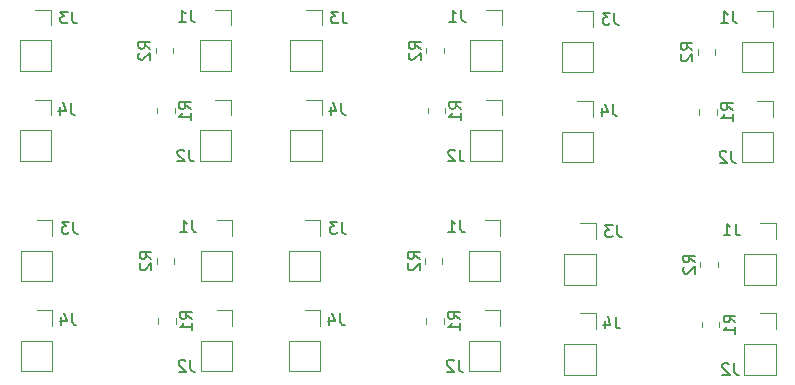
<source format=gbr>
%TF.GenerationSoftware,KiCad,Pcbnew,6.0.7-f9a2dced07~116~ubuntu20.04.1*%
%TF.CreationDate,2022-10-31T15:28:57+01:00*%
%TF.ProjectId,av_citynode_hw,61765f63-6974-4796-9e6f-64655f68772e,rev?*%
%TF.SameCoordinates,Original*%
%TF.FileFunction,Legend,Bot*%
%TF.FilePolarity,Positive*%
%FSLAX46Y46*%
G04 Gerber Fmt 4.6, Leading zero omitted, Abs format (unit mm)*
G04 Created by KiCad (PCBNEW 6.0.7-f9a2dced07~116~ubuntu20.04.1) date 2022-10-31 15:28:57*
%MOMM*%
%LPD*%
G01*
G04 APERTURE LIST*
%ADD10C,0.150000*%
%ADD11C,0.120000*%
G04 APERTURE END LIST*
D10*
%TO.C,J4*%
X27536333Y-103933380D02*
X27536333Y-104647666D01*
X27583952Y-104790523D01*
X27679190Y-104885761D01*
X27822047Y-104933380D01*
X27917285Y-104933380D01*
X26631571Y-104266714D02*
X26631571Y-104933380D01*
X26869666Y-103885761D02*
X27107761Y-104600047D01*
X26488714Y-104600047D01*
%TO.C,R1*%
X37687380Y-104417833D02*
X37211190Y-104084500D01*
X37687380Y-103846404D02*
X36687380Y-103846404D01*
X36687380Y-104227357D01*
X36735000Y-104322595D01*
X36782619Y-104370214D01*
X36877857Y-104417833D01*
X37020714Y-104417833D01*
X37115952Y-104370214D01*
X37163571Y-104322595D01*
X37211190Y-104227357D01*
X37211190Y-103846404D01*
X37687380Y-105370214D02*
X37687380Y-104798785D01*
X37687380Y-105084500D02*
X36687380Y-105084500D01*
X36830238Y-104989261D01*
X36925476Y-104894023D01*
X36973095Y-104798785D01*
%TO.C,J3*%
X50985333Y-96471380D02*
X50985333Y-97185666D01*
X51032952Y-97328523D01*
X51128190Y-97423761D01*
X51271047Y-97471380D01*
X51366285Y-97471380D01*
X50604380Y-96471380D02*
X49985333Y-96471380D01*
X50318666Y-96852333D01*
X50175809Y-96852333D01*
X50080571Y-96899952D01*
X50032952Y-96947571D01*
X49985333Y-97042809D01*
X49985333Y-97280904D01*
X50032952Y-97376142D01*
X50080571Y-97423761D01*
X50175809Y-97471380D01*
X50461523Y-97471380D01*
X50556761Y-97423761D01*
X50604380Y-97376142D01*
%TO.C,J2*%
X37569333Y-107870380D02*
X37569333Y-108584666D01*
X37616952Y-108727523D01*
X37712190Y-108822761D01*
X37855047Y-108870380D01*
X37950285Y-108870380D01*
X37140761Y-107965619D02*
X37093142Y-107918000D01*
X36997904Y-107870380D01*
X36759809Y-107870380D01*
X36664571Y-107918000D01*
X36616952Y-107965619D01*
X36569333Y-108060857D01*
X36569333Y-108156095D01*
X36616952Y-108298952D01*
X37188380Y-108870380D01*
X36569333Y-108870380D01*
%TO.C,R2*%
X11560380Y-99337833D02*
X11084190Y-99004500D01*
X11560380Y-98766404D02*
X10560380Y-98766404D01*
X10560380Y-99147357D01*
X10608000Y-99242595D01*
X10655619Y-99290214D01*
X10750857Y-99337833D01*
X10893714Y-99337833D01*
X10988952Y-99290214D01*
X11036571Y-99242595D01*
X11084190Y-99147357D01*
X11084190Y-98766404D01*
X10655619Y-99718785D02*
X10608000Y-99766404D01*
X10560380Y-99861642D01*
X10560380Y-100099738D01*
X10608000Y-100194976D01*
X10655619Y-100242595D01*
X10750857Y-100290214D01*
X10846095Y-100290214D01*
X10988952Y-100242595D01*
X11560380Y-99671166D01*
X11560380Y-100290214D01*
%TO.C,J1*%
X37696333Y-96059380D02*
X37696333Y-96773666D01*
X37743952Y-96916523D01*
X37839190Y-97011761D01*
X37982047Y-97059380D01*
X38077285Y-97059380D01*
X36696333Y-97059380D02*
X37267761Y-97059380D01*
X36982047Y-97059380D02*
X36982047Y-96059380D01*
X37077285Y-96202238D01*
X37172523Y-96297476D01*
X37267761Y-96345095D01*
%TO.C,J3*%
X4863333Y-78386380D02*
X4863333Y-79100666D01*
X4910952Y-79243523D01*
X5006190Y-79338761D01*
X5149047Y-79386380D01*
X5244285Y-79386380D01*
X4482380Y-78386380D02*
X3863333Y-78386380D01*
X4196666Y-78767333D01*
X4053809Y-78767333D01*
X3958571Y-78814952D01*
X3910952Y-78862571D01*
X3863333Y-78957809D01*
X3863333Y-79195904D01*
X3910952Y-79291142D01*
X3958571Y-79338761D01*
X4053809Y-79386380D01*
X4339523Y-79386380D01*
X4434761Y-79338761D01*
X4482380Y-79291142D01*
%TO.C,J2*%
X14869333Y-107870380D02*
X14869333Y-108584666D01*
X14916952Y-108727523D01*
X15012190Y-108822761D01*
X15155047Y-108870380D01*
X15250285Y-108870380D01*
X14440761Y-107965619D02*
X14393142Y-107918000D01*
X14297904Y-107870380D01*
X14059809Y-107870380D01*
X13964571Y-107918000D01*
X13916952Y-107965619D01*
X13869333Y-108060857D01*
X13869333Y-108156095D01*
X13916952Y-108298952D01*
X14488380Y-108870380D01*
X13869333Y-108870380D01*
%TO.C,R1*%
X61009380Y-104702833D02*
X60533190Y-104369500D01*
X61009380Y-104131404D02*
X60009380Y-104131404D01*
X60009380Y-104512357D01*
X60057000Y-104607595D01*
X60104619Y-104655214D01*
X60199857Y-104702833D01*
X60342714Y-104702833D01*
X60437952Y-104655214D01*
X60485571Y-104607595D01*
X60533190Y-104512357D01*
X60533190Y-104131404D01*
X61009380Y-105655214D02*
X61009380Y-105083785D01*
X61009380Y-105369500D02*
X60009380Y-105369500D01*
X60152238Y-105274261D01*
X60247476Y-105179023D01*
X60295095Y-105083785D01*
X60787380Y-86717833D02*
X60311190Y-86384500D01*
X60787380Y-86146404D02*
X59787380Y-86146404D01*
X59787380Y-86527357D01*
X59835000Y-86622595D01*
X59882619Y-86670214D01*
X59977857Y-86717833D01*
X60120714Y-86717833D01*
X60215952Y-86670214D01*
X60263571Y-86622595D01*
X60311190Y-86527357D01*
X60311190Y-86146404D01*
X60787380Y-87670214D02*
X60787380Y-87098785D01*
X60787380Y-87384500D02*
X59787380Y-87384500D01*
X59930238Y-87289261D01*
X60025476Y-87194023D01*
X60073095Y-87098785D01*
%TO.C,J3*%
X27663333Y-96186380D02*
X27663333Y-96900666D01*
X27710952Y-97043523D01*
X27806190Y-97138761D01*
X27949047Y-97186380D01*
X28044285Y-97186380D01*
X27282380Y-96186380D02*
X26663333Y-96186380D01*
X26996666Y-96567333D01*
X26853809Y-96567333D01*
X26758571Y-96614952D01*
X26710952Y-96662571D01*
X26663333Y-96757809D01*
X26663333Y-96995904D01*
X26710952Y-97091142D01*
X26758571Y-97138761D01*
X26853809Y-97186380D01*
X27139523Y-97186380D01*
X27234761Y-97138761D01*
X27282380Y-97091142D01*
X27763333Y-78386380D02*
X27763333Y-79100666D01*
X27810952Y-79243523D01*
X27906190Y-79338761D01*
X28049047Y-79386380D01*
X28144285Y-79386380D01*
X27382380Y-78386380D02*
X26763333Y-78386380D01*
X27096666Y-78767333D01*
X26953809Y-78767333D01*
X26858571Y-78814952D01*
X26810952Y-78862571D01*
X26763333Y-78957809D01*
X26763333Y-79195904D01*
X26810952Y-79291142D01*
X26858571Y-79338761D01*
X26953809Y-79386380D01*
X27239523Y-79386380D01*
X27334761Y-79338761D01*
X27382380Y-79291142D01*
%TO.C,R1*%
X14987380Y-104417833D02*
X14511190Y-104084500D01*
X14987380Y-103846404D02*
X13987380Y-103846404D01*
X13987380Y-104227357D01*
X14035000Y-104322595D01*
X14082619Y-104370214D01*
X14177857Y-104417833D01*
X14320714Y-104417833D01*
X14415952Y-104370214D01*
X14463571Y-104322595D01*
X14511190Y-104227357D01*
X14511190Y-103846404D01*
X14987380Y-105370214D02*
X14987380Y-104798785D01*
X14987380Y-105084500D02*
X13987380Y-105084500D01*
X14130238Y-104989261D01*
X14225476Y-104894023D01*
X14273095Y-104798785D01*
%TO.C,J4*%
X4736333Y-86133380D02*
X4736333Y-86847666D01*
X4783952Y-86990523D01*
X4879190Y-87085761D01*
X5022047Y-87133380D01*
X5117285Y-87133380D01*
X3831571Y-86466714D02*
X3831571Y-87133380D01*
X4069666Y-86085761D02*
X4307761Y-86800047D01*
X3688714Y-86800047D01*
%TO.C,J1*%
X37796333Y-78259380D02*
X37796333Y-78973666D01*
X37843952Y-79116523D01*
X37939190Y-79211761D01*
X38082047Y-79259380D01*
X38177285Y-79259380D01*
X36796333Y-79259380D02*
X37367761Y-79259380D01*
X37082047Y-79259380D02*
X37082047Y-78259380D01*
X37177285Y-78402238D01*
X37272523Y-78497476D01*
X37367761Y-78545095D01*
%TO.C,R2*%
X34260380Y-99337833D02*
X33784190Y-99004500D01*
X34260380Y-98766404D02*
X33260380Y-98766404D01*
X33260380Y-99147357D01*
X33308000Y-99242595D01*
X33355619Y-99290214D01*
X33450857Y-99337833D01*
X33593714Y-99337833D01*
X33688952Y-99290214D01*
X33736571Y-99242595D01*
X33784190Y-99147357D01*
X33784190Y-98766404D01*
X33355619Y-99718785D02*
X33308000Y-99766404D01*
X33260380Y-99861642D01*
X33260380Y-100099738D01*
X33308000Y-100194976D01*
X33355619Y-100242595D01*
X33450857Y-100290214D01*
X33546095Y-100290214D01*
X33688952Y-100242595D01*
X34260380Y-99671166D01*
X34260380Y-100290214D01*
%TO.C,J3*%
X4963333Y-96186380D02*
X4963333Y-96900666D01*
X5010952Y-97043523D01*
X5106190Y-97138761D01*
X5249047Y-97186380D01*
X5344285Y-97186380D01*
X4582380Y-96186380D02*
X3963333Y-96186380D01*
X4296666Y-96567333D01*
X4153809Y-96567333D01*
X4058571Y-96614952D01*
X4010952Y-96662571D01*
X3963333Y-96757809D01*
X3963333Y-96995904D01*
X4010952Y-97091142D01*
X4058571Y-97138761D01*
X4153809Y-97186380D01*
X4439523Y-97186380D01*
X4534761Y-97138761D01*
X4582380Y-97091142D01*
%TO.C,J4*%
X50636333Y-86233380D02*
X50636333Y-86947666D01*
X50683952Y-87090523D01*
X50779190Y-87185761D01*
X50922047Y-87233380D01*
X51017285Y-87233380D01*
X49731571Y-86566714D02*
X49731571Y-87233380D01*
X49969666Y-86185761D02*
X50207761Y-86900047D01*
X49588714Y-86900047D01*
%TO.C,J2*%
X60891333Y-108155380D02*
X60891333Y-108869666D01*
X60938952Y-109012523D01*
X61034190Y-109107761D01*
X61177047Y-109155380D01*
X61272285Y-109155380D01*
X60462761Y-108250619D02*
X60415142Y-108203000D01*
X60319904Y-108155380D01*
X60081809Y-108155380D01*
X59986571Y-108203000D01*
X59938952Y-108250619D01*
X59891333Y-108345857D01*
X59891333Y-108441095D01*
X59938952Y-108583952D01*
X60510380Y-109155380D01*
X59891333Y-109155380D01*
%TO.C,J4*%
X27636333Y-86133380D02*
X27636333Y-86847666D01*
X27683952Y-86990523D01*
X27779190Y-87085761D01*
X27922047Y-87133380D01*
X28017285Y-87133380D01*
X26731571Y-86466714D02*
X26731571Y-87133380D01*
X26969666Y-86085761D02*
X27207761Y-86800047D01*
X26588714Y-86800047D01*
%TO.C,R2*%
X11460380Y-81537833D02*
X10984190Y-81204500D01*
X11460380Y-80966404D02*
X10460380Y-80966404D01*
X10460380Y-81347357D01*
X10508000Y-81442595D01*
X10555619Y-81490214D01*
X10650857Y-81537833D01*
X10793714Y-81537833D01*
X10888952Y-81490214D01*
X10936571Y-81442595D01*
X10984190Y-81347357D01*
X10984190Y-80966404D01*
X10555619Y-81918785D02*
X10508000Y-81966404D01*
X10460380Y-82061642D01*
X10460380Y-82299738D01*
X10508000Y-82394976D01*
X10555619Y-82442595D01*
X10650857Y-82490214D01*
X10746095Y-82490214D01*
X10888952Y-82442595D01*
X11460380Y-81871166D01*
X11460380Y-82490214D01*
%TO.C,J1*%
X61018333Y-96344380D02*
X61018333Y-97058666D01*
X61065952Y-97201523D01*
X61161190Y-97296761D01*
X61304047Y-97344380D01*
X61399285Y-97344380D01*
X60018333Y-97344380D02*
X60589761Y-97344380D01*
X60304047Y-97344380D02*
X60304047Y-96344380D01*
X60399285Y-96487238D01*
X60494523Y-96582476D01*
X60589761Y-96630095D01*
X14996333Y-96059380D02*
X14996333Y-96773666D01*
X15043952Y-96916523D01*
X15139190Y-97011761D01*
X15282047Y-97059380D01*
X15377285Y-97059380D01*
X13996333Y-97059380D02*
X14567761Y-97059380D01*
X14282047Y-97059380D02*
X14282047Y-96059380D01*
X14377285Y-96202238D01*
X14472523Y-96297476D01*
X14567761Y-96345095D01*
%TO.C,J2*%
X14769333Y-90070380D02*
X14769333Y-90784666D01*
X14816952Y-90927523D01*
X14912190Y-91022761D01*
X15055047Y-91070380D01*
X15150285Y-91070380D01*
X14340761Y-90165619D02*
X14293142Y-90118000D01*
X14197904Y-90070380D01*
X13959809Y-90070380D01*
X13864571Y-90118000D01*
X13816952Y-90165619D01*
X13769333Y-90260857D01*
X13769333Y-90356095D01*
X13816952Y-90498952D01*
X14388380Y-91070380D01*
X13769333Y-91070380D01*
X37669333Y-90070380D02*
X37669333Y-90784666D01*
X37716952Y-90927523D01*
X37812190Y-91022761D01*
X37955047Y-91070380D01*
X38050285Y-91070380D01*
X37240761Y-90165619D02*
X37193142Y-90118000D01*
X37097904Y-90070380D01*
X36859809Y-90070380D01*
X36764571Y-90118000D01*
X36716952Y-90165619D01*
X36669333Y-90260857D01*
X36669333Y-90356095D01*
X36716952Y-90498952D01*
X37288380Y-91070380D01*
X36669333Y-91070380D01*
X60669333Y-90170380D02*
X60669333Y-90884666D01*
X60716952Y-91027523D01*
X60812190Y-91122761D01*
X60955047Y-91170380D01*
X61050285Y-91170380D01*
X60240761Y-90265619D02*
X60193142Y-90218000D01*
X60097904Y-90170380D01*
X59859809Y-90170380D01*
X59764571Y-90218000D01*
X59716952Y-90265619D01*
X59669333Y-90360857D01*
X59669333Y-90456095D01*
X59716952Y-90598952D01*
X60288380Y-91170380D01*
X59669333Y-91170380D01*
%TO.C,R2*%
X57360380Y-81637833D02*
X56884190Y-81304500D01*
X57360380Y-81066404D02*
X56360380Y-81066404D01*
X56360380Y-81447357D01*
X56408000Y-81542595D01*
X56455619Y-81590214D01*
X56550857Y-81637833D01*
X56693714Y-81637833D01*
X56788952Y-81590214D01*
X56836571Y-81542595D01*
X56884190Y-81447357D01*
X56884190Y-81066404D01*
X56455619Y-82018785D02*
X56408000Y-82066404D01*
X56360380Y-82161642D01*
X56360380Y-82399738D01*
X56408000Y-82494976D01*
X56455619Y-82542595D01*
X56550857Y-82590214D01*
X56646095Y-82590214D01*
X56788952Y-82542595D01*
X57360380Y-81971166D01*
X57360380Y-82590214D01*
%TO.C,J4*%
X50858333Y-104218380D02*
X50858333Y-104932666D01*
X50905952Y-105075523D01*
X51001190Y-105170761D01*
X51144047Y-105218380D01*
X51239285Y-105218380D01*
X49953571Y-104551714D02*
X49953571Y-105218380D01*
X50191666Y-104170761D02*
X50429761Y-104885047D01*
X49810714Y-104885047D01*
X4836333Y-103933380D02*
X4836333Y-104647666D01*
X4883952Y-104790523D01*
X4979190Y-104885761D01*
X5122047Y-104933380D01*
X5217285Y-104933380D01*
X3931571Y-104266714D02*
X3931571Y-104933380D01*
X4169666Y-103885761D02*
X4407761Y-104600047D01*
X3788714Y-104600047D01*
%TO.C,R1*%
X14887380Y-86617833D02*
X14411190Y-86284500D01*
X14887380Y-86046404D02*
X13887380Y-86046404D01*
X13887380Y-86427357D01*
X13935000Y-86522595D01*
X13982619Y-86570214D01*
X14077857Y-86617833D01*
X14220714Y-86617833D01*
X14315952Y-86570214D01*
X14363571Y-86522595D01*
X14411190Y-86427357D01*
X14411190Y-86046404D01*
X14887380Y-87570214D02*
X14887380Y-86998785D01*
X14887380Y-87284500D02*
X13887380Y-87284500D01*
X14030238Y-87189261D01*
X14125476Y-87094023D01*
X14173095Y-86998785D01*
X37787380Y-86617833D02*
X37311190Y-86284500D01*
X37787380Y-86046404D02*
X36787380Y-86046404D01*
X36787380Y-86427357D01*
X36835000Y-86522595D01*
X36882619Y-86570214D01*
X36977857Y-86617833D01*
X37120714Y-86617833D01*
X37215952Y-86570214D01*
X37263571Y-86522595D01*
X37311190Y-86427357D01*
X37311190Y-86046404D01*
X37787380Y-87570214D02*
X37787380Y-86998785D01*
X37787380Y-87284500D02*
X36787380Y-87284500D01*
X36930238Y-87189261D01*
X37025476Y-87094023D01*
X37073095Y-86998785D01*
%TO.C,J3*%
X50763333Y-78486380D02*
X50763333Y-79200666D01*
X50810952Y-79343523D01*
X50906190Y-79438761D01*
X51049047Y-79486380D01*
X51144285Y-79486380D01*
X50382380Y-78486380D02*
X49763333Y-78486380D01*
X50096666Y-78867333D01*
X49953809Y-78867333D01*
X49858571Y-78914952D01*
X49810952Y-78962571D01*
X49763333Y-79057809D01*
X49763333Y-79295904D01*
X49810952Y-79391142D01*
X49858571Y-79438761D01*
X49953809Y-79486380D01*
X50239523Y-79486380D01*
X50334761Y-79438761D01*
X50382380Y-79391142D01*
%TO.C,J1*%
X60796333Y-78359380D02*
X60796333Y-79073666D01*
X60843952Y-79216523D01*
X60939190Y-79311761D01*
X61082047Y-79359380D01*
X61177285Y-79359380D01*
X59796333Y-79359380D02*
X60367761Y-79359380D01*
X60082047Y-79359380D02*
X60082047Y-78359380D01*
X60177285Y-78502238D01*
X60272523Y-78597476D01*
X60367761Y-78645095D01*
X14896333Y-78259380D02*
X14896333Y-78973666D01*
X14943952Y-79116523D01*
X15039190Y-79211761D01*
X15182047Y-79259380D01*
X15277285Y-79259380D01*
X13896333Y-79259380D02*
X14467761Y-79259380D01*
X14182047Y-79259380D02*
X14182047Y-78259380D01*
X14277285Y-78402238D01*
X14372523Y-78497476D01*
X14467761Y-78545095D01*
%TO.C,R2*%
X34360380Y-81537833D02*
X33884190Y-81204500D01*
X34360380Y-80966404D02*
X33360380Y-80966404D01*
X33360380Y-81347357D01*
X33408000Y-81442595D01*
X33455619Y-81490214D01*
X33550857Y-81537833D01*
X33693714Y-81537833D01*
X33788952Y-81490214D01*
X33836571Y-81442595D01*
X33884190Y-81347357D01*
X33884190Y-80966404D01*
X33455619Y-81918785D02*
X33408000Y-81966404D01*
X33360380Y-82061642D01*
X33360380Y-82299738D01*
X33408000Y-82394976D01*
X33455619Y-82442595D01*
X33550857Y-82490214D01*
X33646095Y-82490214D01*
X33788952Y-82442595D01*
X34360380Y-81871166D01*
X34360380Y-82490214D01*
X57582380Y-99622833D02*
X57106190Y-99289500D01*
X57582380Y-99051404D02*
X56582380Y-99051404D01*
X56582380Y-99432357D01*
X56630000Y-99527595D01*
X56677619Y-99575214D01*
X56772857Y-99622833D01*
X56915714Y-99622833D01*
X57010952Y-99575214D01*
X57058571Y-99527595D01*
X57106190Y-99432357D01*
X57106190Y-99051404D01*
X56677619Y-100003785D02*
X56630000Y-100051404D01*
X56582380Y-100146642D01*
X56582380Y-100384738D01*
X56630000Y-100479976D01*
X56677619Y-100527595D01*
X56772857Y-100575214D01*
X56868095Y-100575214D01*
X57010952Y-100527595D01*
X57582380Y-99956166D01*
X57582380Y-100575214D01*
D11*
%TO.C,J4*%
X25866000Y-108859000D02*
X23206000Y-108859000D01*
X25866000Y-103659000D02*
X24536000Y-103659000D01*
X25866000Y-104989000D02*
X25866000Y-103659000D01*
X25866000Y-106259000D02*
X25866000Y-108859000D01*
X23206000Y-106259000D02*
X23206000Y-108859000D01*
X25866000Y-106259000D02*
X23206000Y-106259000D01*
%TO.C,R1*%
X36320000Y-104811564D02*
X36320000Y-104357436D01*
X34850000Y-104811564D02*
X34850000Y-104357436D01*
%TO.C,J3*%
X46528000Y-98924000D02*
X46528000Y-101524000D01*
X49188000Y-96324000D02*
X47858000Y-96324000D01*
X49188000Y-98924000D02*
X49188000Y-101524000D01*
X49188000Y-98924000D02*
X46528000Y-98924000D01*
X49188000Y-97654000D02*
X49188000Y-96324000D01*
X49188000Y-101524000D02*
X46528000Y-101524000D01*
%TO.C,J2*%
X41106000Y-106259000D02*
X38446000Y-106259000D01*
X41106000Y-103659000D02*
X39776000Y-103659000D01*
X41106000Y-106259000D02*
X41106000Y-108859000D01*
X41106000Y-104989000D02*
X41106000Y-103659000D01*
X41106000Y-108859000D02*
X38446000Y-108859000D01*
X38446000Y-106259000D02*
X38446000Y-108859000D01*
%TO.C,R2*%
X12023000Y-99277436D02*
X12023000Y-99731564D01*
X13493000Y-99277436D02*
X13493000Y-99731564D01*
%TO.C,J1*%
X41106000Y-98639000D02*
X41106000Y-101239000D01*
X41106000Y-101239000D02*
X38446000Y-101239000D01*
X41106000Y-96039000D02*
X39776000Y-96039000D01*
X41106000Y-98639000D02*
X38446000Y-98639000D01*
X41106000Y-97369000D02*
X41106000Y-96039000D01*
X38446000Y-98639000D02*
X38446000Y-101239000D01*
%TO.C,J3*%
X406000Y-80839000D02*
X406000Y-83439000D01*
X3066000Y-78239000D02*
X1736000Y-78239000D01*
X3066000Y-80839000D02*
X3066000Y-83439000D01*
X3066000Y-80839000D02*
X406000Y-80839000D01*
X3066000Y-79569000D02*
X3066000Y-78239000D01*
X3066000Y-83439000D02*
X406000Y-83439000D01*
%TO.C,J2*%
X18406000Y-106259000D02*
X15746000Y-106259000D01*
X18406000Y-103659000D02*
X17076000Y-103659000D01*
X18406000Y-106259000D02*
X18406000Y-108859000D01*
X18406000Y-104989000D02*
X18406000Y-103659000D01*
X18406000Y-108859000D02*
X15746000Y-108859000D01*
X15746000Y-106259000D02*
X15746000Y-108859000D01*
%TO.C,R1*%
X59642000Y-105096564D02*
X59642000Y-104642436D01*
X58172000Y-105096564D02*
X58172000Y-104642436D01*
X59420000Y-87111564D02*
X59420000Y-86657436D01*
X57950000Y-87111564D02*
X57950000Y-86657436D01*
%TO.C,J3*%
X23206000Y-98639000D02*
X23206000Y-101239000D01*
X25866000Y-96039000D02*
X24536000Y-96039000D01*
X25866000Y-98639000D02*
X25866000Y-101239000D01*
X25866000Y-98639000D02*
X23206000Y-98639000D01*
X25866000Y-97369000D02*
X25866000Y-96039000D01*
X25866000Y-101239000D02*
X23206000Y-101239000D01*
X23306000Y-80839000D02*
X23306000Y-83439000D01*
X25966000Y-78239000D02*
X24636000Y-78239000D01*
X25966000Y-80839000D02*
X25966000Y-83439000D01*
X25966000Y-80839000D02*
X23306000Y-80839000D01*
X25966000Y-79569000D02*
X25966000Y-78239000D01*
X25966000Y-83439000D02*
X23306000Y-83439000D01*
%TO.C,R1*%
X13620000Y-104811564D02*
X13620000Y-104357436D01*
X12150000Y-104811564D02*
X12150000Y-104357436D01*
%TO.C,J4*%
X3066000Y-91059000D02*
X406000Y-91059000D01*
X3066000Y-85859000D02*
X1736000Y-85859000D01*
X3066000Y-87189000D02*
X3066000Y-85859000D01*
X3066000Y-88459000D02*
X3066000Y-91059000D01*
X406000Y-88459000D02*
X406000Y-91059000D01*
X3066000Y-88459000D02*
X406000Y-88459000D01*
%TO.C,J1*%
X41206000Y-80839000D02*
X41206000Y-83439000D01*
X41206000Y-83439000D02*
X38546000Y-83439000D01*
X41206000Y-78239000D02*
X39876000Y-78239000D01*
X41206000Y-80839000D02*
X38546000Y-80839000D01*
X41206000Y-79569000D02*
X41206000Y-78239000D01*
X38546000Y-80839000D02*
X38546000Y-83439000D01*
%TO.C,R2*%
X34723000Y-99277436D02*
X34723000Y-99731564D01*
X36193000Y-99277436D02*
X36193000Y-99731564D01*
%TO.C,J3*%
X506000Y-98639000D02*
X506000Y-101239000D01*
X3166000Y-96039000D02*
X1836000Y-96039000D01*
X3166000Y-98639000D02*
X3166000Y-101239000D01*
X3166000Y-98639000D02*
X506000Y-98639000D01*
X3166000Y-97369000D02*
X3166000Y-96039000D01*
X3166000Y-101239000D02*
X506000Y-101239000D01*
%TO.C,J4*%
X48966000Y-91159000D02*
X46306000Y-91159000D01*
X48966000Y-85959000D02*
X47636000Y-85959000D01*
X48966000Y-87289000D02*
X48966000Y-85959000D01*
X48966000Y-88559000D02*
X48966000Y-91159000D01*
X46306000Y-88559000D02*
X46306000Y-91159000D01*
X48966000Y-88559000D02*
X46306000Y-88559000D01*
%TO.C,J2*%
X64428000Y-106544000D02*
X61768000Y-106544000D01*
X64428000Y-103944000D02*
X63098000Y-103944000D01*
X64428000Y-106544000D02*
X64428000Y-109144000D01*
X64428000Y-105274000D02*
X64428000Y-103944000D01*
X64428000Y-109144000D02*
X61768000Y-109144000D01*
X61768000Y-106544000D02*
X61768000Y-109144000D01*
%TO.C,J4*%
X25966000Y-91059000D02*
X23306000Y-91059000D01*
X25966000Y-85859000D02*
X24636000Y-85859000D01*
X25966000Y-87189000D02*
X25966000Y-85859000D01*
X25966000Y-88459000D02*
X25966000Y-91059000D01*
X23306000Y-88459000D02*
X23306000Y-91059000D01*
X25966000Y-88459000D02*
X23306000Y-88459000D01*
%TO.C,R2*%
X11923000Y-81477436D02*
X11923000Y-81931564D01*
X13393000Y-81477436D02*
X13393000Y-81931564D01*
%TO.C,J1*%
X64428000Y-98924000D02*
X64428000Y-101524000D01*
X64428000Y-101524000D02*
X61768000Y-101524000D01*
X64428000Y-96324000D02*
X63098000Y-96324000D01*
X64428000Y-98924000D02*
X61768000Y-98924000D01*
X64428000Y-97654000D02*
X64428000Y-96324000D01*
X61768000Y-98924000D02*
X61768000Y-101524000D01*
X18406000Y-98639000D02*
X18406000Y-101239000D01*
X18406000Y-101239000D02*
X15746000Y-101239000D01*
X18406000Y-96039000D02*
X17076000Y-96039000D01*
X18406000Y-98639000D02*
X15746000Y-98639000D01*
X18406000Y-97369000D02*
X18406000Y-96039000D01*
X15746000Y-98639000D02*
X15746000Y-101239000D01*
%TO.C,J2*%
X18306000Y-88459000D02*
X15646000Y-88459000D01*
X18306000Y-85859000D02*
X16976000Y-85859000D01*
X18306000Y-88459000D02*
X18306000Y-91059000D01*
X18306000Y-87189000D02*
X18306000Y-85859000D01*
X18306000Y-91059000D02*
X15646000Y-91059000D01*
X15646000Y-88459000D02*
X15646000Y-91059000D01*
X41206000Y-88459000D02*
X38546000Y-88459000D01*
X41206000Y-85859000D02*
X39876000Y-85859000D01*
X41206000Y-88459000D02*
X41206000Y-91059000D01*
X41206000Y-87189000D02*
X41206000Y-85859000D01*
X41206000Y-91059000D02*
X38546000Y-91059000D01*
X38546000Y-88459000D02*
X38546000Y-91059000D01*
X64206000Y-88559000D02*
X61546000Y-88559000D01*
X64206000Y-85959000D02*
X62876000Y-85959000D01*
X64206000Y-88559000D02*
X64206000Y-91159000D01*
X64206000Y-87289000D02*
X64206000Y-85959000D01*
X64206000Y-91159000D02*
X61546000Y-91159000D01*
X61546000Y-88559000D02*
X61546000Y-91159000D01*
%TO.C,R2*%
X57823000Y-81577436D02*
X57823000Y-82031564D01*
X59293000Y-81577436D02*
X59293000Y-82031564D01*
%TO.C,J4*%
X49188000Y-109144000D02*
X46528000Y-109144000D01*
X49188000Y-103944000D02*
X47858000Y-103944000D01*
X49188000Y-105274000D02*
X49188000Y-103944000D01*
X49188000Y-106544000D02*
X49188000Y-109144000D01*
X46528000Y-106544000D02*
X46528000Y-109144000D01*
X49188000Y-106544000D02*
X46528000Y-106544000D01*
X3166000Y-108859000D02*
X506000Y-108859000D01*
X3166000Y-103659000D02*
X1836000Y-103659000D01*
X3166000Y-104989000D02*
X3166000Y-103659000D01*
X3166000Y-106259000D02*
X3166000Y-108859000D01*
X506000Y-106259000D02*
X506000Y-108859000D01*
X3166000Y-106259000D02*
X506000Y-106259000D01*
%TO.C,R1*%
X13520000Y-87011564D02*
X13520000Y-86557436D01*
X12050000Y-87011564D02*
X12050000Y-86557436D01*
X36420000Y-87011564D02*
X36420000Y-86557436D01*
X34950000Y-87011564D02*
X34950000Y-86557436D01*
%TO.C,J3*%
X46306000Y-80939000D02*
X46306000Y-83539000D01*
X48966000Y-78339000D02*
X47636000Y-78339000D01*
X48966000Y-80939000D02*
X48966000Y-83539000D01*
X48966000Y-80939000D02*
X46306000Y-80939000D01*
X48966000Y-79669000D02*
X48966000Y-78339000D01*
X48966000Y-83539000D02*
X46306000Y-83539000D01*
%TO.C,J1*%
X64206000Y-80939000D02*
X64206000Y-83539000D01*
X64206000Y-83539000D02*
X61546000Y-83539000D01*
X64206000Y-78339000D02*
X62876000Y-78339000D01*
X64206000Y-80939000D02*
X61546000Y-80939000D01*
X64206000Y-79669000D02*
X64206000Y-78339000D01*
X61546000Y-80939000D02*
X61546000Y-83539000D01*
X18306000Y-80839000D02*
X18306000Y-83439000D01*
X18306000Y-83439000D02*
X15646000Y-83439000D01*
X18306000Y-78239000D02*
X16976000Y-78239000D01*
X18306000Y-80839000D02*
X15646000Y-80839000D01*
X18306000Y-79569000D02*
X18306000Y-78239000D01*
X15646000Y-80839000D02*
X15646000Y-83439000D01*
%TO.C,R2*%
X34823000Y-81477436D02*
X34823000Y-81931564D01*
X36293000Y-81477436D02*
X36293000Y-81931564D01*
X58045000Y-99562436D02*
X58045000Y-100016564D01*
X59515000Y-99562436D02*
X59515000Y-100016564D01*
%TD*%
M02*

</source>
